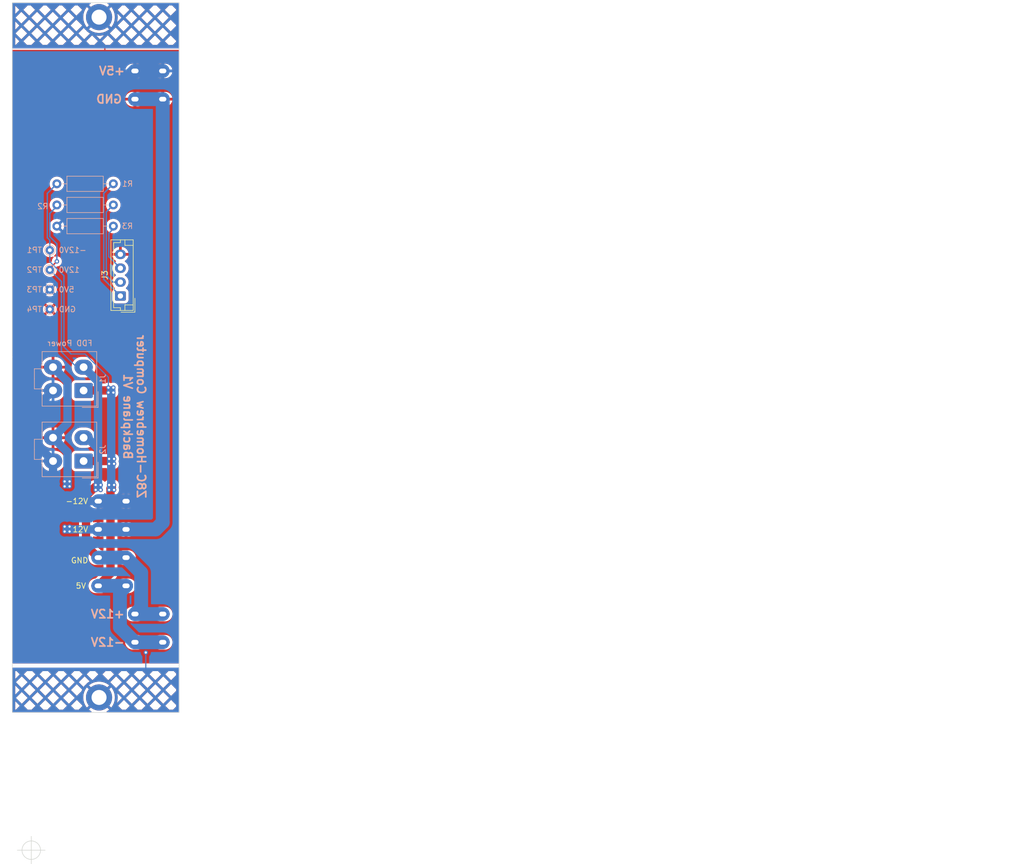
<source format=kicad_pcb>
(kicad_pcb (version 20221018) (generator pcbnew)
  (layers (0 "F.Cu" signal) (31 "B.Cu" signal) (34 "B.Paste" user) (35 "F.Paste" user) (36 "B.SilkS" user "B.Silkscreen") (37 "F.SilkS" user "F.Silkscreen") (38 "B.Mask" user) (39 "F.Mask" user) (44 "Edge.Cuts" user))
  (net 0 "")
  (net 1 "GND")
  (net 2 "+5V")
  (net 3 "+12V")
  (net 4 "-12V")
  (net 5 "Net-(J3-Pin_1)")
  (net 6 "Net-(J3-Pin_2)")
  (net 7 "Net-(J3-Pin_3)")
  (footprint "digikey-footprints:FS-P475" (layer "F.Cu") (at 64.556 137.16)
    (fp_text reference "J5" hide)
    (fp_text value "Conn_01x01_Male")
    (pad "1" thru_hole oval (at -2.5 0 90) (size 1.6 2.5) (drill oval 0.85 1.3) (layers "*.Cu" "*.Mask") (net 2 "+5V"))
    (pad "1" thru_hole oval (at 2.5 0 90) (size 1.6 2.5) (drill oval 0.85 1.3) (layers "*.Cu" "*.Mask") (net 2 "+5V"))
  )
  (footprint "MountingHole:MountingHole_2.7mm_M2.5_DIN965_Pad" (layer "F.Cu") (at 62.2 172.5)
    (fp_text reference "H10" hide)
    (fp_text value "MountingHole_Pad")
    (pad "1" thru_hole circle (at 0 0) (size 4.7 4.7) (drill 2.7) (layers "*.Cu" "*.Mask") (net 1 "GND"))
  )
  (footprint "digikey-footprints:FS-P475" (layer "F.Cu") (at 64.556 142.24)
    (fp_text reference "J8" hide)
    (fp_text value "Conn_01x01_Male")
    (pad "1" thru_hole oval (at -2.5 0 90) (size 1.6 2.5) (drill oval 0.85 1.3) (layers "*.Cu" "*.Mask") (net 1 "GND"))
    (pad "1" thru_hole oval (at 2.5 0 90) (size 1.6 2.5) (drill oval 0.85 1.3) (layers "*.Cu" "*.Mask") (net 1 "GND"))
  )
  (footprint "digikey-footprints:FS-P475" (layer "F.Cu") (at 64.556 152.4)
    (fp_text reference "J13" hide)
    (fp_text value "Conn_01x01_Male")
    (pad "1" thru_hole oval (at -2.5 0 90) (size 1.6 2.5) (drill oval 0.85 1.3) (layers "*.Cu" "*.Mask") (net 4 "-12V"))
    (pad "1" thru_hole oval (at 2.5 0 90) (size 1.6 2.5) (drill oval 0.85 1.3) (layers "*.Cu" "*.Mask") (net 4 "-12V"))
  )
  (footprint "Connector_JST:JST_EH_B4B-EH-A_1x04_P2.50mm_Vertical" (layer "F.Cu") (at 66.04 100.21 90)
    (fp_text reference "J3" (at 3.75 -2.8 90) (layer "F.SilkS"))
    (fp_text value "LED Connector")
    (fp_line (start -2.91 0.11) (end -2.91 2.61) (stroke (width 0.12)) (layer "F.SilkS"))
    (fp_line (start -2.91 2.61) (end -0.41 2.61) (stroke (width 0.12)) (layer "F.SilkS"))
    (fp_line (start -2.61 -1.71) (end -2.61 2.31) (stroke (width 0.12)) (layer "F.SilkS"))
    (fp_line (start -2.61 0) (end -2.11 0) (stroke (width 0.12)) (layer "F.SilkS"))
    (fp_line (start -2.61 0.81) (end -1.61 0.81) (stroke (width 0.12)) (layer "F.SilkS"))
    (fp_line (start -2.61 2.31) (end 10.11 2.31) (stroke (width 0.12)) (layer "F.SilkS"))
    (fp_line (start -2.11 -1.21) (end 9.61 -1.21) (stroke (width 0.12)) (layer "F.SilkS"))
    (fp_line (start -2.11 0) (end -2.11 -1.21) (stroke (width 0.12)) (layer "F.SilkS"))
    (fp_line (start -1.61 0.81) (end -1.61 2.31) (stroke (width 0.12)) (layer "F.SilkS"))
    (fp_line (start 9.11 0.81) (end 9.11 2.31) (stroke (width 0.12)) (layer "F.SilkS"))
    (fp_line (start 9.61 -1.21) (end 9.61 0) (stroke (width 0.12)) (layer "F.SilkS"))
    (fp_line (start 9.61 0) (end 10.11 0) (stroke (width 0.12)) (layer "F.SilkS"))
    (fp_line (start 10.11 -1.71) (end -2.61 -1.71) (stroke (width 0.12)) (layer "F.SilkS"))
    (fp_line (start 10.11 0.81) (end 9.11 0.81) (stroke (width 0.12)) (layer "F.SilkS"))
    (fp_line (start 10.11 2.31) (end 10.11 -1.71) (stroke (width 0.12)) (layer "F.SilkS"))
    (pad "1" thru_hole roundrect (at 0 0 90) (size 1.7 1.95) (drill 0.95) (layers "*.Cu" "*.Mask") (roundrect_rratio 0.147059) (net 5 "Net-(J3-Pin_1)"))
    (pad "2" thru_hole oval (at 2.5 0 90) (size 1.7 1.95) (drill 0.95) (layers "*.Cu" "*.Mask") (net 6 "Net-(J3-Pin_2)"))
    (pad "3" thru_hole oval (at 5 0 90) (size 1.7 1.95) (drill 0.95) (layers "*.Cu" "*.Mask") (net 7 "Net-(J3-Pin_3)"))
    (pad "4" thru_hole oval (at 7.5 0 90) (size 1.7 1.95) (drill 0.95) (layers "*.Cu" "*.Mask") (net 1 "GND"))
  )
  (footprint "MountingHole:MountingHole_2.7mm_M2.5_DIN965_Pad" (layer "F.Cu") (at 62.2 50)
    (fp_text reference "H11" hide)
    (fp_text value "MountingHole_Pad")
    (pad "1" thru_hole circle (at 0 0) (size 4.7 4.7) (drill 2.7) (layers "*.Cu" "*.Mask") (net 1 "GND"))
  )
  (footprint "digikey-footprints:FS-P475" (layer "F.Cu") (at 64.556 147.32)
    (fp_text reference "J11" hide)
    (fp_text value "Conn_01x01_Male")
    (pad "1" thru_hole oval (at -2.5 0 90) (size 1.6 2.5) (drill oval 0.85 1.3) (layers "*.Cu" "*.Mask") (net 3 "+12V"))
    (pad "1" thru_hole oval (at 2.5 0 90) (size 1.6 2.5) (drill oval 0.85 1.3) (layers "*.Cu" "*.Mask") (net 3 "+12V"))
  )
  (footprint "digikey-footprints:FS-P475" (layer "B.Cu") (at 71.16 157.48 180)
    (fp_text reference "J10" hide)
    (fp_text value "Conn_01x01_Male")
    (pad "1" thru_hole oval (at -2.5 0 90) (size 1.6 2.5) (drill oval 0.85 1.3) (layers "*.Cu" "*.Mask") (net 3 "+12V"))
    (pad "1" thru_hole oval (at 2.5 0 90) (size 1.6 2.5) (drill oval 0.85 1.3) (layers "*.Cu" "*.Mask") (net 3 "+12V"))
  )
  (footprint "TestPoint:TestPoint_THTPad_D1.5mm_Drill0.7mm" (layer "B.Cu") (at 53.34 102.61 180)
    (fp_text reference "TP4" (at 2.794 -0.006) (layer "B.SilkS") (effects (justify mirror)))
    (fp_text value "TestPoint")
    (fp_circle (center 0 0) (end 0 -0.95) (stroke (width 0.12)) (fill none) (layer "B.SilkS"))
    (pad "1" thru_hole circle (at 0 0 180) (size 1.5 1.5) (drill 0.7) (layers "*.Cu" "*.Mask") (net 1 "GND"))
  )
  (footprint "Connector_Molex:Molex_Mini-Fit_Jr_5566-04A_2x02_P4.20mm_Vertical" (layer "B.Cu") (at 59.42 117.23 90)
    (fp_text reference "J1" (at 2.1 3.45 90) (layer "B.SilkS") (effects (justify mirror)))
    (fp_text value "FDD Power")
    (fp_line (start -3.05 2.6) (end -3.05 -0.25) (stroke (width 0.12)) (layer "B.SilkS"))
    (fp_line (start -2.81 -7.46) (end 0.29 -7.46) (stroke (width 0.12)) (layer "B.SilkS"))
    (fp_line (start -2.81 2.36) (end -2.81 -7.46) (stroke (width 0.12)) (layer "B.SilkS"))
    (fp_line (start -0.2 2.6) (end -3.05 2.6) (stroke (width 0.12)) (layer "B.SilkS"))
    (fp_line (start 0.29 -8.86) (end 2.1 -8.86) (stroke (width 0.12)) (layer "B.SilkS"))
    (fp_line (start 0.29 -7.46) (end 0.29 -8.86) (stroke (width 0.12)) (layer "B.SilkS"))
    (fp_line (start 2.1 2.36) (end -2.81 2.36) (stroke (width 0.12)) (layer "B.SilkS"))
    (fp_line (start 2.1 2.36) (end 7.01 2.36) (stroke (width 0.12)) (layer "B.SilkS"))
    (fp_line (start 3.91 -8.86) (end 2.1 -8.86) (stroke (width 0.12)) (layer "B.SilkS"))
    (fp_line (start 3.91 -7.46) (end 3.91 -8.86) (stroke (width 0.12)) (layer "B.SilkS"))
    (fp_line (start 7.01 -7.46) (end 3.91 -7.46) (stroke (width 0.12)) (layer "B.SilkS"))
    (fp_line (start 7.01 2.36) (end 7.01 -7.46) (stroke (width 0.12)) (layer "B.SilkS"))
    (pad "1" thru_hole roundrect (at 0 0 90) (size 2.7 3.3) (drill 1.4) (layers "*.Cu" "*.Mask") (roundrect_rratio 0.092593) (net 4 "-12V"))
    (pad "2" thru_hole oval (at 4.2 0 90) (size 2.7 3.3) (drill 1.4) (layers "*.Cu" "*.Mask") (net 3 "+12V"))
    (pad "3" thru_hole oval (at 0 -5.5 90) (size 2.7 3.3) (drill 1.4) (layers "*.Cu" "*.Mask") (net 2 "+5V"))
    (pad "4" thru_hole oval (at 4.2 -5.5 90) (size 2.7 3.3) (drill 1.4) (layers "*.Cu" "*.Mask") (net 1 "GND"))
  )
  (footprint "TestPoint:TestPoint_THTPad_D1.5mm_Drill0.7mm" (layer "B.Cu") (at 53.34 95.51 180)
    (fp_text reference "TP2" (at 2.794 0.006) (layer "B.SilkS") (effects (justify mirror)))
    (fp_text value "TestPoint")
    (fp_circle (center 0 0) (end 0 -0.95) (stroke (width 0.12)) (fill none) (layer "B.SilkS"))
    (pad "1" thru_hole circle (at 0 0 180) (size 1.5 1.5) (drill 0.7) (layers "*.Cu" "*.Mask") (net 3 "+12V"))
  )
  (footprint "Resistor_THT:R_Axial_DIN0207_L6.3mm_D2.5mm_P10.16mm_Horizontal" (layer "B.Cu") (at 54.61 87.63)
    (fp_text reference "R3" (at 12.7 0) (layer "B.SilkS") (effects (justify mirror)))
    (fp_text value "R")
    (fp_line (start 1.04 0) (end 1.81 0) (stroke (width 0.12)) (layer "B.SilkS"))
    (fp_line (start 1.81 -1.37) (end 8.35 -1.37) (stroke (width 0.12)) (layer "B.SilkS"))
    (fp_line (start 1.81 1.37) (end 1.81 -1.37) (stroke (width 0.12)) (layer "B.SilkS"))
    (fp_line (start 8.35 -1.37) (end 8.35 1.37) (stroke (width 0.12)) (layer "B.SilkS"))
    (fp_line (start 8.35 1.37) (end 1.81 1.37) (stroke (width 0.12)) (layer "B.SilkS"))
    (fp_line (start 9.12 0) (end 8.35 0) (stroke (width 0.12)) (layer "B.SilkS"))
    (pad "1" thru_hole circle (at 0 0) (size 1.6 1.6) (drill 0.8) (layers "*.Cu" "*.Mask") (net 2 "+5V"))
    (pad "2" thru_hole oval (at 10.16 0) (size 1.6 1.6) (drill 0.8) (layers "*.Cu" "*.Mask") (net 7 "Net-(J3-Pin_3)"))
  )
  (footprint "digikey-footprints:FS-P475" (layer "B.Cu") (at 71.16 162.56 180)
    (fp_text reference "J12" hide)
    (fp_text value "Conn_01x01_Male")
    (pad "1" thru_hole oval (at -2.5 0 90) (size 1.6 2.5) (drill oval 0.85 1.3) (layers "*.Cu" "*.Mask") (net 4 "-12V"))
    (pad "1" thru_hole oval (at 2.5 0 90) (size 1.6 2.5) (drill oval 0.85 1.3) (layers "*.Cu" "*.Mask") (net 4 "-12V"))
  )
  (footprint "digikey-footprints:FS-P475" (layer "B.Cu") (at 71.16 64.77 180)
    (fp_text reference "J7" hide)
    (fp_text value "Conn_01x01_Male")
    (pad "1" thru_hole oval (at -2.5 0 90) (size 1.6 2.5) (drill oval 0.85 1.3) (layers "*.Cu" "*.Mask") (net 1 "GND"))
    (pad "1" thru_hole oval (at 2.5 0 90) (size 1.6 2.5) (drill oval 0.85 1.3) (layers "*.Cu" "*.Mask") (net 1 "GND"))
  )
  (footprint "digikey-footprints:FS-P475" (layer "B.Cu") (at 71.16 59.69 180)
    (fp_text reference "J6" hide)
    (fp_text value "Conn_01x01_Male")
    (pad "1" thru_hole oval (at -2.5 0 90) (size 1.6 2.5) (drill oval 0.85 1.3) (layers "*.Cu" "*.Mask") (net 2 "+5V"))
    (pad "1" thru_hole oval (at 2.5 0 90) (size 1.6 2.5) (drill oval 0.85 1.3) (layers "*.Cu" "*.Mask") (net 2 "+5V"))
  )
  (footprint "Resistor_THT:R_Axial_DIN0207_L6.3mm_D2.5mm_P10.16mm_Horizontal" (layer "B.Cu") (at 54.61 83.82)
    (fp_text reference "R2" (at -2.54 0.24) (layer "B.SilkS") (effects (justify mirror)))
    (fp_text value "R")
    (fp_line (start 1.04 0) (end 1.81 0) (stroke (width 0.12)) (layer "B.SilkS"))
    (fp_line (start 1.81 -1.37) (end 8.35 -1.37) (stroke (width 0.12)) (layer "B.SilkS"))
    (fp_line (start 1.81 1.37) (end 1.81 -1.37) (stroke (width 0.12)) (layer "B.SilkS"))
    (fp_line (start 8.35 -1.37) (end 8.35 1.37) (stroke (width 0.12)) (layer "B.SilkS"))
    (fp_line (start 8.35 1.37) (end 1.81 1.37) (stroke (width 0.12)) (layer "B.SilkS"))
    (fp_line (start 9.12 0) (end 8.35 0) (stroke (width 0.12)) (layer "B.SilkS"))
    (pad "1" thru_hole circle (at 0 0) (size 1.6 1.6) (drill 0.8) (layers "*.Cu" "*.Mask") (net 3 "+12V"))
    (pad "2" thru_hole oval (at 10.16 0) (size 1.6 1.6) (drill 0.8) (layers "*.Cu" "*.Mask") (net 6 "Net-(J3-Pin_2)"))
  )
  (footprint "Connector_Molex:Molex_Mini-Fit_Jr_5566-04A_2x02_P4.20mm_Vertical" (layer "B.Cu") (at 59.42 129.93 90)
    (fp_text reference "J2" (at 2.1 3.45 90) (layer "B.SilkS") (effects (justify mirror)))
    (fp_text value "FDD Power")
    (fp_line (start -3.05 2.6) (end -3.05 -0.25) (stroke (width 0.12)) (layer "B.SilkS"))
    (fp_line (start -2.81 -7.46) (end 0.29 -7.46) (stroke (width 0.12)) (layer "B.SilkS"))
    (fp_line (start -2.81 2.36) (end -2.81 -7.46) (stroke (width 0.12)) (layer "B.SilkS"))
    (fp_line (start -0.2 2.6) (end -3.05 2.6) (stroke (width 0.12)) (layer "B.SilkS"))
    (fp_line (start 0.29 -8.86) (end 2.1 -8.86) (stroke (width 0.12)) (layer "B.SilkS"))
    (fp_line (start 0.29 -7.46) (end 0.29 -8.86) (stroke (width 0.12)) (layer "B.SilkS"))
    (fp_line (start 2.1 2.36) (end -2.81 2.36) (stroke (width 0.12)) (layer "B.SilkS"))
    (fp_line (start 2.1 2.36) (end 7.01 2.36) (stroke (width 0.12)) (layer "B.SilkS"))
    (fp_line (start 3.91 -8.86) (end 2.1 -8.86) (stroke (width 0.12)) (layer "B.SilkS"))
    (fp_line (start 3.91 -7.46) (end 3.91 -8.86) (stroke (width 0.12)) (layer "B.SilkS"))
    (fp_line (start 7.01 -7.46) (end 3.91 -7.46) (stroke (width 0.12)) (layer "B.SilkS"))
    (fp_line (start 7.01 2.36) (end 7.01 -7.46) (stroke (width 0.12)) (layer "B.SilkS"))
    (pad "1" thru_hole roundrect (at 0 0 90) (size 2.7 3.3) (drill 1.4) (layers "*.Cu" "*.Mask") (roundrect_rratio 0.092593) (net 4 "-12V"))
    (pad "2" thru_hole oval (at 4.2 0 90) (size 2.7 3.3) (drill 1.4) (layers "*.Cu" "*.Mask") (net 3 "+12V"))
    (pad "3" thru_hole oval (at 0 -5.5 90) (size 2.7 3.3) (drill 1.4) (layers "*.Cu" "*.Mask") (net 2 "+5V"))
    (pad "4" thru_hole oval (at 4.2 -5.5 90) (size 2.7 3.3) (drill 1.4) (layers "*.Cu" "*.Mask") (net 1 "GND"))
  )
  (footprint "Resistor_THT:R_Axial_DIN0207_L6.3mm_D2.5mm_P10.16mm_Horizontal" (layer "B.Cu") (at 54.61 80.01)
    (fp_text reference "R1" (at 12.7 0) (layer "B.SilkS") (effects (justify mirror)))
    (fp_text value "R")
    (fp_line (start 1.04 0) (end 1.81 0) (stroke (width 0.12)) (layer "B.SilkS"))
    (fp_line (start 1.81 -1.37) (end 8.35 -1.37) (stroke (width 0.12)) (layer "B.SilkS"))
    (fp_line (start 1.81 1.37) (end 1.81 -1.37) (stroke (width 0.12)) (layer "B.SilkS"))
    (fp_line (start 8.35 -1.37) (end 8.35 1.37) (stroke (width 0.12)) (layer "B.SilkS"))
    (fp_line (start 8.35 1.37) (end 1.81 1.37) (stroke (width 0.12)) (layer "B.SilkS"))
    (fp_line (start 9.12 0) (end 8.35 0) (stroke (width 0.12)) (layer "B.SilkS"))
    (pad "1" thru_hole circle (at 0 0) (size 1.6 1.6) (drill 0.8) (layers "*.Cu" "*.Mask") (net 4 "-12V"))
    (pad "2" thru_hole oval (at 10.16 0) (size 1.6 1.6) (drill 0.8) (layers "*.Cu" "*.Mask") (net 5 "Net-(J3-Pin_1)"))
  )
  (footprint "TestPoint:TestPoint_THTPad_D1.5mm_Drill0.7mm" (layer "B.Cu") (at 53.34 91.96 180)
    (fp_text reference "TP1" (at 2.794 0.012) (layer "B.SilkS") (effects (justify mirror)))
    (fp_text value "TestPoint")
    (fp_circle (center 0 0) (end 0 -0.95) (stroke (width 0.12)) (fill none) (layer "B.SilkS"))
    (pad "1" thru_hole circle (at 0 0 180) (size 1.5 1.5) (drill 0.7) (layers "*.Cu" "*.Mask") (net 4 "-12V"))
  )
  (footprint "TestPoint:TestPoint_THTPad_D1.5mm_Drill0.7mm" (layer "B.Cu") (at 53.34 99.06 180)
    (fp_text reference "TP3" (at 2.794 0) (layer "B.SilkS") (effects (justify mirror)))
    (fp_text value "TestPoint")
    (fp_circle (center 0 0) (end 0 -0.95) (stroke (width 0.12)) (fill none) (layer "B.SilkS"))
    (pad "1" thru_hole circle (at 0 0 180) (size 1.5 1.5) (drill 0.7) (layers "*.Cu" "*.Mask") (net 2 "+5V"))
  )
  (gr_line (start 76.6 47.4) (end 76.6 175.2) (stroke (width 0.1)) (layer "Edge.Cuts"))
  (gr_line (start 46.6 47.4) (end 46.6 111.2) (stroke (width 0.1)) (layer "Edge.Cuts"))
  (gr_line (start 46.6 111.2) (end 46.6 175.2) (stroke (width 0.1)) (layer "Edge.Cuts"))
  (gr_line (start 46.6 175.2) (end 76.6 175.2) (stroke (width 0.1)) (layer "Edge.Cuts"))
  (gr_line (start 76.6 47.4) (end 46.6 47.4) (stroke (width 0.1)) (layer "Edge.Cuts"))
  (gr_text "Z8C-Homebrew Computer\nBackplane V1" (at 68.58 121.92 -90) (layer "B.SilkS") (effects (font (size 1.5 1.5) (thickness 0.3)) (justify mirror)))
  (gr_text "GND" (at 64.008 64.77) (layer "B.SilkS") (effects (font (size 1.5 1.5) (thickness 0.3)) (justify mirror)))
  (gr_text "-12V" (at 63.754 162.56) (layer "B.SilkS") (effects (font (size 1.5 1.5) (thickness 0.3)) (justify mirror)))
  (gr_text "5V0\n" (at 54.864 99.06) (layer "B.SilkS") (effects (font (size 1 1)) (justify right mirror)))
  (gr_text "-12V0\n" (at 54.864 91.948) (layer "B.SilkS") (effects (font (size 1 1)) (justify right mirror)))
  (gr_text "12V0\n" (at 54.864 95.504) (layer "B.SilkS") (effects (font (size 1 1)) (justify right mirror)))
  (gr_text "FDD Power\n" (at 52.832 108.712) (layer "B.SilkS") (effects (font (size 1 1)) (justify right mirror)))
  (gr_text "+5V" (at 64.516 59.69) (layer "B.SilkS") (effects (font (size 1.5 1.5) (thickness 0.3)) (justify mirror)))
  (gr_text "+12V" (at 63.754 157.48) (layer "B.SilkS") (effects (font (size 1.5 1.5) (thickness 0.3)) (justify mirror)))
  (gr_text "GND" (at 54.864 102.616) (layer "B.SilkS") (effects (font (size 1 1)) (justify right mirror)))
  (gr_text "12V\n" (at 60.32038 142.24) (layer "F.SilkS") (effects (font (size 1 1)) (justify right)))
  (gr_text "GND" (at 60.32038 147.828) (layer "F.SilkS") (effects (font (size 1 1)) (justify right)))
  (gr_text "-12V\n" (at 60.32038 137.16) (layer "F.SilkS") (effects (font (size 1 1)) (justify right)))
  (gr_text "5V\n" (at 59.944 152.4) (layer "F.SilkS") (effects (font (size 1 1)) (justify right)))
  (target plus (at 50 200) (size 5) (width 0.1) (layer "Edge.Cuts"))
  (segment (start 66.548 64.77) (end 63.246 61.468) (width 0.2) (layer "F.Cu") (net 1))
  (segment (start 56.522521 135.636) (end 56.522521 134.01634) (width 1.5) (layer "F.Cu") (net 1))
  (segment (start 56.388 135.882479) (end 56.388 142.367) (width 1.5) (layer "F.Cu") (net 1))
  (segment (start 56.522521 142.120521) (end 56.642 142.24) (width 1.5) (layer "F.Cu") (net 1))
  (segment (start 63.246 61.468) (end 63.246 55.499) (width 0.2) (layer "F.Cu") (net 1))
  (segment (start 68.66 64.77) (end 66.548 64.77) (width 0.2) (layer "F.Cu") (net 1))
  (via (at 56.007 141.732) (size 0.8) (drill 0.4) (layers "F.Cu" "B.Cu") (net 1))
  (via (at 56.896 133.604) (size 0.8) (drill 0.4) (layers "F.Cu" "B.Cu") (net 1))
  (via (at 56.896 141.732) (size 0.8) (drill 0.4) (layers "F.Cu" "B.Cu") (net 1))
  (via (at 56.007 142.621) (size 0.8) (drill 0.4) (layers "F.Cu" "B.Cu") (net 1))
  (via (at 56.896 142.621) (size 0.8) (drill 0.4) (layers "F.Cu" "B.Cu") (net 1))
  (via (at 56.007 134.493) (size 0.8) (drill 0.4) (layers "F.Cu" "B.Cu") (net 1))
  (via (at 70.612 164.41) (size 0.8) (drill 0.4) (layers "F.Cu" "B.Cu") (net 1))
  (via (at 56.896 134.493) (size 0.8) (drill 0.4) (layers "F.Cu" "B.Cu") (net 1))
  (via (at 56.007 133.604) (size 0.8) (drill 0.4) (layers "F.Cu" "B.Cu") (net 1))
  (segment (start 70.612 164.41) (end 70.612 167.132) (width 0.2) (layer "B.Cu") (net 1))
  (segment (start 72.39 142.24) (end 73.66 140.97) (width 2.5) (layer "B.Cu") (net 1))
  (segment (start 67.056 142.24) (end 62.056 142.24) (width 2.5) (layer "B.Cu") (net 1))
  (segment (start 56.52 123.13) (end 56.52 115.63) (width 1.5) (layer "B.Cu") (net 1))
  (segment (start 56.52 115.63) (end 53.92 113.03) (width 1.5) (layer "B.Cu") (net 1))
  (segment (start 68.66 64.77) (end 73.66 64.77) (width 2.5) (layer "B.Cu") (net 1))
  (segment (start 73.66 140.97) (end 73.66 64.77) (width 2.5) (layer "B.Cu") (net 1))
  (segment (start 56.52 128.33) (end 56.52 134.107) (width 1.5) (layer "B.Cu") (net 1))
  (segment (start 67.056 142.24) (end 72.39 142.24) (width 2.5) (layer "B.Cu") (net 1))
  (segment (start 53.92 125.73) (end 56.52 123.13) (width 1.5) (layer "B.Cu") (net 1))
  (segment (start 53.92 125.73) (end 56.52 128.33) (width 1.5) (layer "B.Cu") (net 1))
  (segment (start 56.388 142.24) (end 61.802 142.24) (width 1.5) (layer "B.Cu") (net 1))
  (segment (start 56.52 134.107) (end 56.515 134.112) (width 1.5) (layer "B.Cu") (net 1))
  (segment (start 67.056 137.16) (end 69.85 137.16) (width 2.5) (layer "B.Cu") (net 2))
  (segment (start 67.056 137.16) (end 62.056 137.16) (width 2.5) (layer "B.Cu") (net 2))
  (segment (start 53.52 104.267) (end 53.512075 104.267) (width 0.2) (layer "B.Cu") (net 2))
  (segment (start 56.764811 137.16) (end 53.92 134.315189) (width 1.5) (layer "B.Cu") (net 2))
  (segment (start 53.92 134.315189) (end 53.92 129.93) (width 1.5) (layer "B.Cu") (net 2))
  (segment (start 62.056 137.16) (end 56.764811 137.16) (width 1.5) (layer "B.Cu") (net 2))
  (segment (start 65.532 67.818) (end 65.532 62.818) (width 2.5) (layer "B.Cu") (net 2))
  (segment (start 51.32 119.83) (end 51.32 127.33) (width 1.5) (layer "B.Cu") (net 2))
  (segment (start 53.92 117.23) (end 51.32 119.83) (width 1.5) (layer "B.Cu") (net 2))
  (segment (start 65.532 62.818) (end 68.66 59.69) (width 2.5) (layer "B.Cu") (net 2))
  (segment (start 69.85 137.16) (end 69.85 71.12) (width 2.5) (layer "B.Cu") (net 2))
  (segment (start 51.32 127.33) (end 53.92 129.93) (width 1.5) (layer "B.Cu") (net 2))
  (segment (start 68.66 59.69) (end 73.66 59.69) (width 2.5) (layer "B.Cu") (net 2))
  (segment (start 69.85 71.12) (end 65.532 67.818) (width 2.5) (layer "B.Cu") (net 2))
  (segment (start 53.34 95.25) (end 54.61 93.98) (width 0.25) (layer "F.Cu") (net 3))
  (segment (start 59.856 136.232) (end 61.468 134.62) (width 1.5) (layer "F.Cu") (net 3))
  (segment (start 62.056 147.32) (end 59.856 145.12) (width 1.5) (layer "F.Cu") (net 3))
  (segment (start 61.468 134.62) (end 61.976 134.62) (width 1.5) (layer "F.Cu") (net 3))
  (segment (start 59.856 145.12) (end 59.856 136.232) (width 1.5) (layer "F.Cu") (net 3))
  (segment (start 53.34 95.51) (end 53.34 95.25) (width 0.25) (layer "F.Cu") (net 3))
  (via (at 62.484 134.239) (size 0.8) (drill 0.4) (layers "F.Cu" "B.Cu") (net 3))
  (via (at 61.595 135.128) (size 0.8) (drill 0.4) (layers "F.Cu" "B.Cu") (net 3))
  (via (at 61.595 134.239) (size 0.8) (drill 0.4) (layers "F.Cu" "B.Cu") (net 3))
  (via (at 62.484 135.128) (size 0.8) (drill 0.4) (layers "F.Cu" "B.Cu") (net 3))
  (via (at 54.61 93.98) (size 0.8) (drill 0.4) (layers "F.Cu" "B.Cu") (net 3))
  (segment (start 59.42 113.03) (end 58.166 113.03) (width 0.2) (layer "B.Cu") (net 3))
  (segment (start 68.66 157.48) (end 73.66 157.48) (width 2.5) (layer "B.Cu") (net 3))
  (segment (start 62.02 115.626016) (end 59.423984 113.03) (width 1.5) (layer "B.Cu") (net 3))
  (segment (start 62.02 134.576) (end 62.02 127.679) (width 1.5) (layer "B.Cu") (net 3))
  (segment (start 58.166 113.03) (end 55.753 110.617) (width 0.2) (layer "B.Cu") (net 3))
  (segment (start 55.43 110.294) (end 55.43 97.6) (width 0.25) (layer "B.Cu") (net 3))
  (segment (start 62.02 127.679) (end 62.02 115.626016) (width 1.5) (layer "B.Cu") (net 3))
  (segment (start 61.976 134.62) (end 62.02 134.576) (width 1.5) (layer "B.Cu") (net 3))
  (segment (start 53.34 89.533604) (end 54.61 90.803604) (width 0.25) (layer "B.Cu") (net 3))
  (segment (start 55.753 110.617) (end 55.43 110.294) (width 0.25) (layer "B.Cu") (net 3))
  (segment (start 60.071 125.73) (end 59.42 125.73) (width 1.5) (layer "B.Cu") (net 3))
  (segment (start 68.66 157.48) (end 69.778376 156.361624) (width 2.5) (layer "B.Cu") (net 3))
  (segment (start 54.61 84.06) (end 53.34 85.33) (width 0.25) (layer "B.Cu") (net 3))
  (segment (start 59.423984 113.03) (end 59.42 113.03) (width 1.5) (layer "B.Cu") (net 3))
  (segment (start 53.34 85.33) (end 53.34 89.533604) (width 0.25) (layer "B.Cu") (net 3))
  (segment (start 62.02 127.679) (end 60.071 125.73) (width 1.5) (layer "B.Cu") (net 3))
  (segment (start 69.778376 156.361624) (end 69.778376 150.042376) (width 2.5) (layer "B.Cu") (net 3))
  (segment (start 69.778376 150.042376) (end 67.056 147.32) (width 2.5) (layer "B.Cu") (net 3))
  (segment (start 54.48 96.65) (end 53.34 95.51) (width 0.2) (layer "B.Cu") (net 3))
  (segment (start 55.43 97.6) (end 54.48 96.65) (width 0.25) (layer "B.Cu") (net 3))
  (segment (start 54.61 90.803604) (end 54.61 93.98) (width 0.25) (layer "B.Cu") (net 3))
  (segment (start 62.056 147.32) (end 67.056 147.32) (width 2.5) (layer "B.Cu") (net 3))
  (segment (start 59.42 129.93) (end 64.38 129.93) (width 1.5) (layer "F.Cu") (net 4))
  (segment (start 64.38 129.93) (end 64.389 129.921) (width 1.5) (layer "F.Cu") (net 4))
  (segment (start 64.256 150.2) (end 64.256 134.88) (width 1.5) (layer "F.Cu") (net 4))
  (segment (start 59.429 117.221) (end 59.42 117.23) (width 1.5) (layer "F.Cu") (net 4))
  (segment (start 64.256 134.88) (end 64.516 134.62) (width 1.5) (layer "F.Cu") (net 4))
  (segment (start 64.389 117.221) (end 59.429 117.221) (width 1.5) (layer "F.Cu") (net 4))
  (segment (start 62.056 152.4) (end 64.256 150.2) (width 1.5) (layer "F.Cu") (net 4))
  (via (at 63.881 116.713) (size 0.8) (drill 0.4) (layers "F.Cu" "B.Cu") (net 4))
  (via (at 63.881 117.602) (size 0.8) (drill 0.4) (layers "F.Cu" "B.Cu") (net 4))
  (via (at 64.897 129.54) (size 0.8) (drill 0.4) (layers "F.Cu" "B.Cu") (net 4))
  (via (at 64.008 129.54) (size 0.8) (drill 0.4) (layers "F.Cu" "B.Cu") (net 4))
  (via (at 64.897 130.429) (size 0.8) (drill 0.4) (layers "F.Cu" "B.Cu") (net 4))
  (via (at 64.897 135.128) (size 0.8) (drill 0.4) (layers "F.Cu" "B.Cu") (net 4))
  (via (at 64.008 135.128) (size 0.8) (drill 0.4) (layers "F.Cu" "B.Cu") (net 4))
  (via (at 64.77 116.713) (size 0.8) (drill 0.4) (layers "F.Cu" "B.Cu") (net 4))
  (via (at 64.008 130.429) (size 0.8) (drill 0.4) (layers "F.Cu" "B.Cu") (net 4))
  (via (at 64.897 134.239) (size 0.8) (drill 0.4) (layers "F.Cu" "B.Cu") (net 4))
  (via (at 64.008 134.239) (size 0.8) (drill 0.4) (layers "F.Cu" "B.Cu") (net 4))
  (via (at 64.77 117.602) (size 0.8) (drill 0.4) (layers "F.Cu" "B.Cu") (net 4))
  (segment (start 63.881 116.713) (end 63.881 114.857548) (width 0.2) (layer "B.Cu") (net 4))
  (segment (start 55.88 96.565075) (end 55.88 109.381657) (width 0.25) (layer "B.Cu") (net 4))
  (segment (start 64.389 134.62) (end 64.389 129.921) (width 1.5) (layer "B.Cu") (net 4))
  (segment (start 63.881 114.857548) (end 59.675109 110.651657) (width 0.2) (layer "B.Cu") (net 4))
  (segment (start 52.89 89.72) (end 52.89 81.73) (width 0.25) (layer "B.Cu") (net 4))
  (segment (start 65.96 153.496) (end 67.056 152.4) (width 2.5) (layer "B.Cu") (net 4))
  (segment (start 64.389 129.921) (end 64.389 117.221) (width 1.5) (layer "B.Cu") (net 4))
  (segment (start 55.88 109.381657) (end 57.15 110.651657) (width 0.25) (layer "B.Cu") (net 4))
  (segment (start 54.883 95.568075) (end 55.88 96.565075) (width 0.25) (layer "B.Cu") (net 4))
  (segment (start 54.883 95.568075) (end 53.34 94.025075) (width 0.2) (layer "B.Cu") (net 4))
  (segment (start 53.34 91.96) (end 53.34 90.17) (width 0.25) (layer "B.Cu") (net 4))
  (segment (start 52.89 81.73) (end 54.61 80.01) (width 0.25) (layer "B.Cu") (net 4))
  (segment (start 68.66 162.56) (end 65.96 159.86) (width 2.5) (layer "B.Cu") (net 4))
  (segment (start 67.056 152.4) (end 62.056 152.4) (width 2.5) (layer "B.Cu") (net 4))
  (segment (start 53.34 94.025075) (end 53.34 91.96) (width 0.2) (layer "B.Cu") (net 4))
  (segment (start 68.66 162.56) (end 73.66 162.56) (width 2.5) (layer "B.Cu") (net 4))
  (segment (start 53.34 90.17) (end 52.89 89.72) (width 0.25) (layer "B.Cu") (net 4))
  (segment (start 59.675109 110.651657) (end 57.15 110.651657) (width 0.2) (layer "B.Cu") (net 4))
  (segment (start 65.96 159.86) (end 65.96 153.496) (width 2.5) (layer "B.Cu") (net 4))
  (segment (start 63.05 81.73) (end 63.05 97.22) (width 0.25) (layer "B.Cu") (net 5))
  (segment (start 64.77 80.01) (end 63.05 81.73) (width 0.25) (layer "B.Cu") (net 5))
  (segment (start 63.05 97.22) (end 66.04 100.21) (width 0.25) (layer "B.Cu") (net 5))
  (segment (start 63.5 85.09) (end 64.77 83.82) (width 0.25) (layer "B.Cu") (net 6))
  (segment (start 66.04 97.71) (end 64.69 97.71) (width 0.25) (layer "B.Cu") (net 6))
  (segment (start 63.5 96.52) (end 63.5 85.09) (width 0.25) (layer "B.Cu") (net 6))
  (segment (start 64.69 97.71) (end 63.5 96.52) (width 0.25) (layer "B.Cu") (net 6))
  (segment (start 63.970001 88.909999) (end 63.970001 93.140001) (width 0.25) (layer "B.Cu") (net 7))
  (segment (start 64.77 88.11) (end 63.970001 88.909999) (width 0.25) (layer "B.Cu") (net 7))
  (segment (start 63.970001 93.140001) (end 66.04 95.21) (width 0.25) (layer "B.Cu") (net 7))
  (zone (net 1) (net_name "GND") (layer "F.Cu") (priority 1) (connect_pads (clearance 0.508)) (min_thickness 0.25) (fill yes (thermal_gap 0.5) (thermal_bridge_width 0.5))
    (polygon (pts (xy 45.72 166.37) (xy 77.47 166.37) (xy 77.47 55.88) (xy 45.72 55.88)))
  )
  (zone (net 1) (net_name "GND") (layers "F&B.Cu") (priority 3) (connect_pads (clearance 0.508)) (min_thickness 0.25) (fill yes (mode hatch) (thermal_gap 0.5) (thermal_bridge_width 0.5) (hatch_thickness 0.5) (hatch_gap 1.5) (hatch_orientation 45) (hatch_border_algorithm hatch_thickness) (hatch_min_hole_area 0.3))
    (polygon (pts (xy 46.482 167.132) (xy 76.708 167.132) (xy 76.708 175.514) (xy 46.482 175.514)))
  )
  (zone (net 1) (net_name "GND") (layers "F&B.Cu") (priority 3) (connect_pads (clearance 0.508)) (min_thickness 0.25) (fill yes (mode hatch) (thermal_gap 0.5) (thermal_bridge_width 0.5) (hatch_thickness 0.5) (hatch_gap 1.5) (hatch_orientation 45) (hatch_border_algorithm hatch_thickness) (hatch_min_hole_area 0.3))
    (polygon (pts (xy 46.482 47.244) (xy 76.708 47.244) (xy 76.708 55.626) (xy 46.482 55.626)))
  )
  (zone (net 2) (net_name "+5V") (layer "B.Cu") (connect_pads (clearance 0.508)) (min_thickness 0.25) (fill yes (thermal_gap 0.5) (thermal_bridge_width 0.5) (island_removal_mode 1) (island_area_min 10))
    (polygon (pts (xy 45.72 166.37) (xy 77.47 166.37) (xy 77.47 55.88) (xy 45.72 55.88)))
  )
)
</source>
